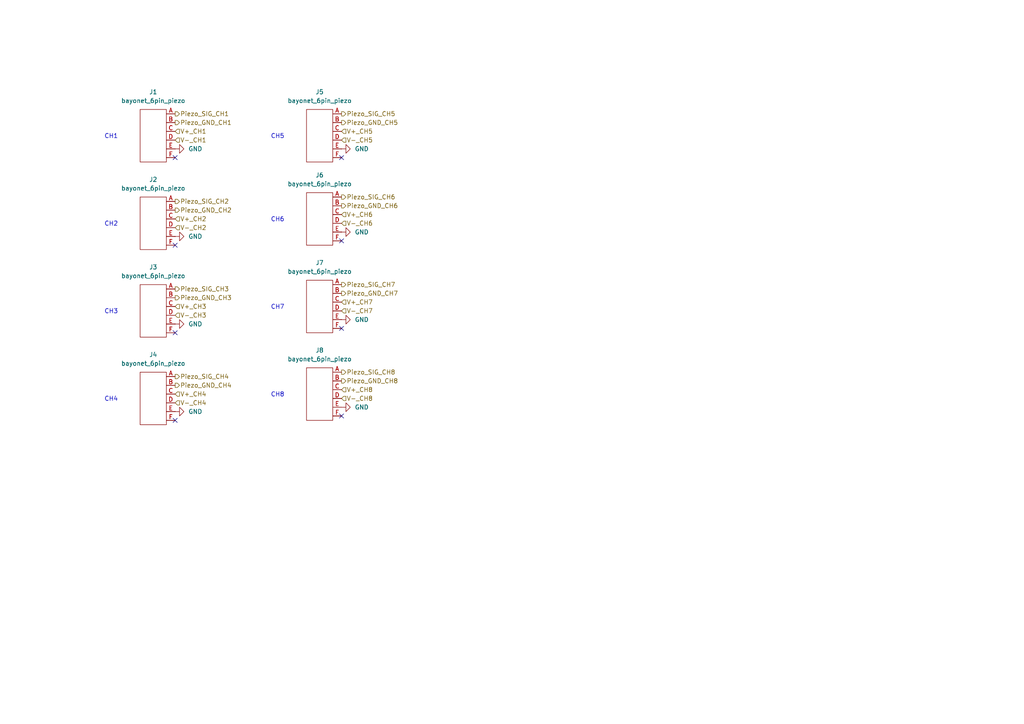
<source format=kicad_sch>
(kicad_sch
	(version 20231120)
	(generator "eeschema")
	(generator_version "8.0")
	(uuid "bbef3ceb-d3da-4c14-95db-a3827f4b8df3")
	(paper "A4")
	(lib_symbols
		(symbol "led_driver:bayonet_6pin_piezo"
			(exclude_from_sim no)
			(in_bom yes)
			(on_board yes)
			(property "Reference" "J"
				(at 0 8.89 0)
				(effects
					(font
						(size 1.27 1.27)
					)
				)
			)
			(property "Value" "bayonet_6pin_piezo"
				(at 0 -8.89 0)
				(effects
					(font
						(size 1.27 1.27)
					)
				)
			)
			(property "Footprint" ""
				(at 1.27 8.89 0)
				(effects
					(font
						(size 1.27 1.27)
					)
					(hide yes)
				)
			)
			(property "Datasheet" ""
				(at 1.27 8.89 0)
				(effects
					(font
						(size 1.27 1.27)
					)
					(hide yes)
				)
			)
			(property "Description" ""
				(at 0 0 0)
				(effects
					(font
						(size 1.27 1.27)
					)
					(hide yes)
				)
			)
			(symbol "bayonet_6pin_piezo_0_1"
				(rectangle
					(start -3.81 7.62)
					(end 3.81 -7.62)
					(stroke
						(width 0)
						(type default)
					)
					(fill
						(type none)
					)
				)
			)
			(symbol "bayonet_6pin_piezo_1_1"
				(pin passive line
					(at 6.35 6.35 180)
					(length 2.54)
					(name ""
						(effects
							(font
								(size 1.27 1.27)
							)
						)
					)
					(number "A"
						(effects
							(font
								(size 1.27 1.27)
							)
						)
					)
				)
				(pin passive line
					(at 6.35 3.81 180)
					(length 2.54)
					(name ""
						(effects
							(font
								(size 1.27 1.27)
							)
						)
					)
					(number "B"
						(effects
							(font
								(size 1.27 1.27)
							)
						)
					)
				)
				(pin passive line
					(at 6.35 1.27 180)
					(length 2.54)
					(name ""
						(effects
							(font
								(size 1.27 1.27)
							)
						)
					)
					(number "C"
						(effects
							(font
								(size 1.27 1.27)
							)
						)
					)
				)
				(pin passive line
					(at 6.35 -1.27 180)
					(length 2.54)
					(name ""
						(effects
							(font
								(size 1.27 1.27)
							)
						)
					)
					(number "D"
						(effects
							(font
								(size 1.27 1.27)
							)
						)
					)
				)
				(pin passive line
					(at 6.35 -3.81 180)
					(length 2.54)
					(name ""
						(effects
							(font
								(size 1.27 1.27)
							)
						)
					)
					(number "E"
						(effects
							(font
								(size 1.27 1.27)
							)
						)
					)
				)
				(pin passive line
					(at 6.35 -6.35 180)
					(length 2.54)
					(name ""
						(effects
							(font
								(size 1.27 1.27)
							)
						)
					)
					(number "F"
						(effects
							(font
								(size 1.27 1.27)
							)
						)
					)
				)
			)
		)
		(symbol "power:GND"
			(power)
			(pin_numbers hide)
			(pin_names
				(offset 0) hide)
			(exclude_from_sim no)
			(in_bom yes)
			(on_board yes)
			(property "Reference" "#PWR"
				(at 0 -6.35 0)
				(effects
					(font
						(size 1.27 1.27)
					)
					(hide yes)
				)
			)
			(property "Value" "GND"
				(at 0 -3.81 0)
				(effects
					(font
						(size 1.27 1.27)
					)
				)
			)
			(property "Footprint" ""
				(at 0 0 0)
				(effects
					(font
						(size 1.27 1.27)
					)
					(hide yes)
				)
			)
			(property "Datasheet" ""
				(at 0 0 0)
				(effects
					(font
						(size 1.27 1.27)
					)
					(hide yes)
				)
			)
			(property "Description" "Power symbol creates a global label with name \"GND\" , ground"
				(at 0 0 0)
				(effects
					(font
						(size 1.27 1.27)
					)
					(hide yes)
				)
			)
			(property "ki_keywords" "global power"
				(at 0 0 0)
				(effects
					(font
						(size 1.27 1.27)
					)
					(hide yes)
				)
			)
			(symbol "GND_0_1"
				(polyline
					(pts
						(xy 0 0) (xy 0 -1.27) (xy 1.27 -1.27) (xy 0 -2.54) (xy -1.27 -1.27) (xy 0 -1.27)
					)
					(stroke
						(width 0)
						(type default)
					)
					(fill
						(type none)
					)
				)
			)
			(symbol "GND_1_1"
				(pin power_in line
					(at 0 0 270)
					(length 0)
					(name "~"
						(effects
							(font
								(size 1.27 1.27)
							)
						)
					)
					(number "1"
						(effects
							(font
								(size 1.27 1.27)
							)
						)
					)
				)
			)
		)
	)
	(no_connect
		(at 50.8 121.92)
		(uuid "110da4cd-4f1c-41ed-b088-f3d6c0f6e2de")
	)
	(no_connect
		(at 50.8 96.52)
		(uuid "3548eb14-22c7-4e78-a9b5-d1a8ed337d1d")
	)
	(no_connect
		(at 50.8 71.12)
		(uuid "37f3b198-a287-4194-a1b0-ac2cdc3bb139")
	)
	(no_connect
		(at 50.8 45.72)
		(uuid "650e0ed4-913b-415a-9bb0-738a723419db")
	)
	(no_connect
		(at 99.06 120.65)
		(uuid "80dec0f1-adc5-4e0e-a037-81cb9f4d95ce")
	)
	(no_connect
		(at 99.06 69.85)
		(uuid "a12c8ad6-f449-403f-b916-fc7cbb86108a")
	)
	(no_connect
		(at 99.06 95.25)
		(uuid "b7cab194-7895-42af-92ba-8be6d27eb172")
	)
	(no_connect
		(at 99.06 45.72)
		(uuid "e4db62a7-73ae-4207-9232-9cdf160e8277")
	)
	(text "CH2\n"
		(exclude_from_sim no)
		(at 32.258 65.024 0)
		(effects
			(font
				(size 1.27 1.27)
			)
		)
		(uuid "58148a2d-f89c-4d7d-993a-535295e178fe")
	)
	(text "CH8\n"
		(exclude_from_sim no)
		(at 80.518 114.554 0)
		(effects
			(font
				(size 1.27 1.27)
			)
		)
		(uuid "66210d4f-9b47-4b7e-bc70-eba024bef1dd")
	)
	(text "CH3\n"
		(exclude_from_sim no)
		(at 32.258 90.424 0)
		(effects
			(font
				(size 1.27 1.27)
			)
		)
		(uuid "6bed6e14-0fff-4526-bd64-b201e7417311")
	)
	(text "CH7\n"
		(exclude_from_sim no)
		(at 80.518 89.154 0)
		(effects
			(font
				(size 1.27 1.27)
			)
		)
		(uuid "7e62c489-5f33-44a6-b842-ff4d78b926ff")
	)
	(text "CH1"
		(exclude_from_sim no)
		(at 32.258 39.624 0)
		(effects
			(font
				(size 1.27 1.27)
			)
		)
		(uuid "9e1c5515-c4e3-4e11-8854-e484a6d0594a")
	)
	(text "CH4\n"
		(exclude_from_sim no)
		(at 32.258 115.824 0)
		(effects
			(font
				(size 1.27 1.27)
			)
		)
		(uuid "d40b02db-90de-4091-b1a3-601f70de5060")
	)
	(text "CH5\n"
		(exclude_from_sim no)
		(at 80.518 39.624 0)
		(effects
			(font
				(size 1.27 1.27)
			)
		)
		(uuid "ee268bbd-6a95-470a-a687-e6b5509d4c82")
	)
	(text "CH6\n"
		(exclude_from_sim no)
		(at 80.518 63.754 0)
		(effects
			(font
				(size 1.27 1.27)
			)
		)
		(uuid "f1131be0-babd-4997-8d58-00e786e96369")
	)
	(hierarchical_label "Piezo_GND_CH5"
		(shape output)
		(at 99.06 35.56 0)
		(fields_autoplaced yes)
		(effects
			(font
				(size 1.27 1.27)
			)
			(justify left)
		)
		(uuid "0315541f-2549-482b-89fd-b2aa8004c23b")
	)
	(hierarchical_label "Piezo_GND_CH4"
		(shape output)
		(at 50.8 111.76 0)
		(fields_autoplaced yes)
		(effects
			(font
				(size 1.27 1.27)
			)
			(justify left)
		)
		(uuid "1727b558-96d5-4426-be1d-2f99c84c5328")
	)
	(hierarchical_label "Piezo_SIG_CH8"
		(shape output)
		(at 99.06 107.95 0)
		(fields_autoplaced yes)
		(effects
			(font
				(size 1.27 1.27)
			)
			(justify left)
		)
		(uuid "1a81b740-ee50-4d6a-88cb-c13df5c07a70")
	)
	(hierarchical_label "Piezo_GND_CH1"
		(shape output)
		(at 50.8 35.56 0)
		(fields_autoplaced yes)
		(effects
			(font
				(size 1.27 1.27)
			)
			(justify left)
		)
		(uuid "24a1c3b5-610e-4f83-ba4b-f78b9393e6b3")
	)
	(hierarchical_label "V+_CH8"
		(shape input)
		(at 99.06 113.03 0)
		(fields_autoplaced yes)
		(effects
			(font
				(size 1.27 1.27)
			)
			(justify left)
		)
		(uuid "329547d8-eb64-4128-9ccc-73366cded9be")
	)
	(hierarchical_label "Piezo_GND_CH7"
		(shape output)
		(at 99.06 85.09 0)
		(fields_autoplaced yes)
		(effects
			(font
				(size 1.27 1.27)
			)
			(justify left)
		)
		(uuid "51cd90bf-131b-436c-a1ad-19c74a10ac62")
	)
	(hierarchical_label "V+_CH6"
		(shape input)
		(at 99.06 62.23 0)
		(fields_autoplaced yes)
		(effects
			(font
				(size 1.27 1.27)
			)
			(justify left)
		)
		(uuid "53843e66-ba64-4500-a25a-fb5e488437bc")
	)
	(hierarchical_label "Piezo_GND_CH6"
		(shape output)
		(at 99.06 59.69 0)
		(fields_autoplaced yes)
		(effects
			(font
				(size 1.27 1.27)
			)
			(justify left)
		)
		(uuid "544295d9-2917-41b5-8bc6-61c4d49984e9")
	)
	(hierarchical_label "Piezo_SIG_CH4"
		(shape output)
		(at 50.8 109.22 0)
		(fields_autoplaced yes)
		(effects
			(font
				(size 1.27 1.27)
			)
			(justify left)
		)
		(uuid "54f3e3d8-52b8-4912-865b-63d5b14bfc60")
	)
	(hierarchical_label "V+_CH4"
		(shape input)
		(at 50.8 114.3 0)
		(fields_autoplaced yes)
		(effects
			(font
				(size 1.27 1.27)
			)
			(justify left)
		)
		(uuid "5cb167cf-8e76-4cbd-8fc2-ae035cbee443")
	)
	(hierarchical_label "V-_CH7"
		(shape input)
		(at 99.06 90.17 0)
		(fields_autoplaced yes)
		(effects
			(font
				(size 1.27 1.27)
			)
			(justify left)
		)
		(uuid "5eb30975-8b8d-40ac-9a56-8f98e7d22e31")
	)
	(hierarchical_label "Piezo_GND_CH3"
		(shape output)
		(at 50.8 86.36 0)
		(fields_autoplaced yes)
		(effects
			(font
				(size 1.27 1.27)
			)
			(justify left)
		)
		(uuid "6495aa57-995b-4a33-b463-778189bc6516")
	)
	(hierarchical_label "V-_CH6"
		(shape input)
		(at 99.06 64.77 0)
		(fields_autoplaced yes)
		(effects
			(font
				(size 1.27 1.27)
			)
			(justify left)
		)
		(uuid "72990e00-45aa-4f76-81eb-1d996208b8e6")
	)
	(hierarchical_label "V-_CH4"
		(shape input)
		(at 50.8 116.84 0)
		(fields_autoplaced yes)
		(effects
			(font
				(size 1.27 1.27)
			)
			(justify left)
		)
		(uuid "7766f57b-3e0c-4739-bf2e-a0dfc443fab3")
	)
	(hierarchical_label "V-_CH5"
		(shape input)
		(at 99.06 40.64 0)
		(fields_autoplaced yes)
		(effects
			(font
				(size 1.27 1.27)
			)
			(justify left)
		)
		(uuid "7c3a558f-7365-409d-9988-9a2e917e2e06")
	)
	(hierarchical_label "V+_CH1"
		(shape input)
		(at 50.8 38.1 0)
		(fields_autoplaced yes)
		(effects
			(font
				(size 1.27 1.27)
			)
			(justify left)
		)
		(uuid "86680695-e6ee-4ee2-903b-431dd956673c")
	)
	(hierarchical_label "Piezo_SIG_CH2"
		(shape output)
		(at 50.8 58.42 0)
		(fields_autoplaced yes)
		(effects
			(font
				(size 1.27 1.27)
			)
			(justify left)
		)
		(uuid "86dc3c02-f04b-415d-a08f-89716cd4a4a6")
	)
	(hierarchical_label "V-_CH1"
		(shape input)
		(at 50.8 40.64 0)
		(fields_autoplaced yes)
		(effects
			(font
				(size 1.27 1.27)
			)
			(justify left)
		)
		(uuid "8c9353f1-244e-49c9-a148-33bb9c23970e")
	)
	(hierarchical_label "Piezo_SIG_CH3"
		(shape output)
		(at 50.8 83.82 0)
		(fields_autoplaced yes)
		(effects
			(font
				(size 1.27 1.27)
			)
			(justify left)
		)
		(uuid "9624a328-8aa8-4b66-aa40-07150c3cb3ad")
	)
	(hierarchical_label "V+_CH3"
		(shape input)
		(at 50.8 88.9 0)
		(fields_autoplaced yes)
		(effects
			(font
				(size 1.27 1.27)
			)
			(justify left)
		)
		(uuid "9ebd5779-1a1e-4988-af03-176c75135fe8")
	)
	(hierarchical_label "Piezo_GND_CH2"
		(shape output)
		(at 50.8 60.96 0)
		(fields_autoplaced yes)
		(effects
			(font
				(size 1.27 1.27)
			)
			(justify left)
		)
		(uuid "b2ac8c39-7290-4f07-95b6-636ff63e67a6")
	)
	(hierarchical_label "V+_CH5"
		(shape input)
		(at 99.06 38.1 0)
		(fields_autoplaced yes)
		(effects
			(font
				(size 1.27 1.27)
			)
			(justify left)
		)
		(uuid "c345c4c3-c9f1-4872-9e9b-c218a447bca9")
	)
	(hierarchical_label "V+_CH7"
		(shape input)
		(at 99.06 87.63 0)
		(fields_autoplaced yes)
		(effects
			(font
				(size 1.27 1.27)
			)
			(justify left)
		)
		(uuid "c3b7b9ff-86cf-4713-af7b-bc6efbe554f8")
	)
	(hierarchical_label "Piezo_SIG_CH7"
		(shape output)
		(at 99.06 82.55 0)
		(fields_autoplaced yes)
		(effects
			(font
				(size 1.27 1.27)
			)
			(justify left)
		)
		(uuid "c4c3b3ab-bc9a-4266-add8-5920962689e8")
	)
	(hierarchical_label "V-_CH8"
		(shape input)
		(at 99.06 115.57 0)
		(fields_autoplaced yes)
		(effects
			(font
				(size 1.27 1.27)
			)
			(justify left)
		)
		(uuid "c70c8568-eeb9-43ea-a481-4f2292d25c3f")
	)
	(hierarchical_label "V-_CH2"
		(shape input)
		(at 50.8 66.04 0)
		(fields_autoplaced yes)
		(effects
			(font
				(size 1.27 1.27)
			)
			(justify left)
		)
		(uuid "cd9e2c4b-092d-4450-b97a-cd5787d0213d")
	)
	(hierarchical_label "V+_CH2"
		(shape input)
		(at 50.8 63.5 0)
		(fields_autoplaced yes)
		(effects
			(font
				(size 1.27 1.27)
			)
			(justify left)
		)
		(uuid "d16f4300-5777-4dc4-ad91-935af8682432")
	)
	(hierarchical_label "Piezo_SIG_CH1"
		(shape output)
		(at 50.8 33.02 0)
		(fields_autoplaced yes)
		(effects
			(font
				(size 1.27 1.27)
			)
			(justify left)
		)
		(uuid "e267b79d-2198-434e-95f8-9e32746cb428")
	)
	(hierarchical_label "V-_CH3"
		(shape input)
		(at 50.8 91.44 0)
		(fields_autoplaced yes)
		(effects
			(font
				(size 1.27 1.27)
			)
			(justify left)
		)
		(uuid "e2baa102-21f2-47b4-8cc5-2fe13e14d995")
	)
	(hierarchical_label "Piezo_SIG_CH6"
		(shape output)
		(at 99.06 57.15 0)
		(fields_autoplaced yes)
		(effects
			(font
				(size 1.27 1.27)
			)
			(justify left)
		)
		(uuid "e9c9b39b-2d5d-4f9d-beb3-b06dd2a60e66")
	)
	(hierarchical_label "Piezo_GND_CH8"
		(shape output)
		(at 99.06 110.49 0)
		(fields_autoplaced yes)
		(effects
			(font
				(size 1.27 1.27)
			)
			(justify left)
		)
		(uuid "fb928070-c245-478c-8c95-c7c3b00852ea")
	)
	(hierarchical_label "Piezo_SIG_CH5"
		(shape output)
		(at 99.06 33.02 0)
		(fields_autoplaced yes)
		(effects
			(font
				(size 1.27 1.27)
			)
			(justify left)
		)
		(uuid "feb11a09-1e68-4aa6-88ad-995484a26a23")
	)
	(symbol
		(lib_id "power:GND")
		(at 50.8 43.18 90)
		(unit 1)
		(exclude_from_sim no)
		(in_bom yes)
		(on_board yes)
		(dnp no)
		(fields_autoplaced yes)
		(uuid "1a00e959-7bee-4b8a-87aa-001d18c523a0")
		(property "Reference" "#PWR015"
			(at 57.15 43.18 0)
			(effects
				(font
					(size 1.27 1.27)
				)
				(hide yes)
			)
		)
		(property "Value" "GND"
			(at 54.61 43.1799 90)
			(effects
				(font
					(size 1.27 1.27)
				)
				(justify right)
			)
		)
		(property "Footprint" ""
			(at 50.8 43.18 0)
			(effects
				(font
					(size 1.27 1.27)
				)
				(hide yes)
			)
		)
		(property "Datasheet" ""
			(at 50.8 43.18 0)
			(effects
				(font
					(size 1.27 1.27)
				)
				(hide yes)
			)
		)
		(property "Description" "Power symbol creates a global label with name \"GND\" , ground"
			(at 50.8 43.18 0)
			(effects
				(font
					(size 1.27 1.27)
				)
				(hide yes)
			)
		)
		(pin "1"
			(uuid "3347c467-9d18-4a46-ab56-fe03955772b2")
		)
		(instances
			(project ""
				(path "/b2bf96dd-c53b-4c67-a44e-e13de2f06829/efdfcc7f-35f8-449f-a37f-2a599a2b6d34"
					(reference "#PWR015")
					(unit 1)
				)
			)
		)
	)
	(symbol
		(lib_id "led_driver:bayonet_6pin_piezo")
		(at 92.71 39.37 0)
		(unit 1)
		(exclude_from_sim no)
		(in_bom yes)
		(on_board yes)
		(dnp no)
		(fields_autoplaced yes)
		(uuid "2e2e165b-04e1-4e47-a189-090ff244ea0e")
		(property "Reference" "J5"
			(at 92.71 26.67 0)
			(effects
				(font
					(size 1.27 1.27)
				)
			)
		)
		(property "Value" "bayonet_6pin_piezo"
			(at 92.71 29.21 0)
			(effects
				(font
					(size 1.27 1.27)
				)
			)
		)
		(property "Footprint" ""
			(at 93.98 30.48 0)
			(effects
				(font
					(size 1.27 1.27)
				)
				(hide yes)
			)
		)
		(property "Datasheet" ""
			(at 93.98 30.48 0)
			(effects
				(font
					(size 1.27 1.27)
				)
				(hide yes)
			)
		)
		(property "Description" ""
			(at 92.71 39.37 0)
			(effects
				(font
					(size 1.27 1.27)
				)
				(hide yes)
			)
		)
		(pin "B"
			(uuid "46ce9711-5063-4e0b-aea0-a0702bc315b5")
		)
		(pin "C"
			(uuid "6b244cc5-0d8c-4071-b07b-f010dea63342")
		)
		(pin "D"
			(uuid "83868f0b-95cb-4ad1-b0e6-a12f758cae62")
		)
		(pin "F"
			(uuid "cc21f148-a407-4b68-bacf-90493ccf5791")
		)
		(pin "A"
			(uuid "113807e1-c98b-4a49-bf01-80f8d499bb84")
		)
		(pin "E"
			(uuid "44d0661a-1c8a-4e21-89ca-4f6c9cf087e3")
		)
		(instances
			(project "piezo_fuse_box"
				(path "/b2bf96dd-c53b-4c67-a44e-e13de2f06829/efdfcc7f-35f8-449f-a37f-2a599a2b6d34"
					(reference "J5")
					(unit 1)
				)
			)
		)
	)
	(symbol
		(lib_id "led_driver:bayonet_6pin_piezo")
		(at 44.45 115.57 0)
		(unit 1)
		(exclude_from_sim no)
		(in_bom yes)
		(on_board yes)
		(dnp no)
		(fields_autoplaced yes)
		(uuid "3bb32cdc-5034-4ba1-be9b-6c5a8eef4e32")
		(property "Reference" "J4"
			(at 44.45 102.87 0)
			(effects
				(font
					(size 1.27 1.27)
				)
			)
		)
		(property "Value" "bayonet_6pin_piezo"
			(at 44.45 105.41 0)
			(effects
				(font
					(size 1.27 1.27)
				)
			)
		)
		(property "Footprint" ""
			(at 45.72 106.68 0)
			(effects
				(font
					(size 1.27 1.27)
				)
				(hide yes)
			)
		)
		(property "Datasheet" ""
			(at 45.72 106.68 0)
			(effects
				(font
					(size 1.27 1.27)
				)
				(hide yes)
			)
		)
		(property "Description" ""
			(at 44.45 115.57 0)
			(effects
				(font
					(size 1.27 1.27)
				)
				(hide yes)
			)
		)
		(pin "B"
			(uuid "31fe0f9d-4cbd-4d73-a881-fbacfb7a6750")
		)
		(pin "C"
			(uuid "ea760241-b8d6-4aaf-a1b0-e7385233fe36")
		)
		(pin "D"
			(uuid "757a01b3-5c61-4db5-9f8f-08c177f48a12")
		)
		(pin "F"
			(uuid "04e3761e-f459-4378-aec5-a0d10234784c")
		)
		(pin "A"
			(uuid "2027be47-46f6-4141-80da-272c94097980")
		)
		(pin "E"
			(uuid "bc2b2a98-b5f4-48cb-8567-9f793ee77318")
		)
		(instances
			(project "piezo_fuse_box"
				(path "/b2bf96dd-c53b-4c67-a44e-e13de2f06829/efdfcc7f-35f8-449f-a37f-2a599a2b6d34"
					(reference "J4")
					(unit 1)
				)
			)
		)
	)
	(symbol
		(lib_id "led_driver:bayonet_6pin_piezo")
		(at 44.45 64.77 0)
		(unit 1)
		(exclude_from_sim no)
		(in_bom yes)
		(on_board yes)
		(dnp no)
		(fields_autoplaced yes)
		(uuid "4fc98e35-db4a-4c6a-878c-900fa8903b80")
		(property "Reference" "J2"
			(at 44.45 52.07 0)
			(effects
				(font
					(size 1.27 1.27)
				)
			)
		)
		(property "Value" "bayonet_6pin_piezo"
			(at 44.45 54.61 0)
			(effects
				(font
					(size 1.27 1.27)
				)
			)
		)
		(property "Footprint" ""
			(at 45.72 55.88 0)
			(effects
				(font
					(size 1.27 1.27)
				)
				(hide yes)
			)
		)
		(property "Datasheet" ""
			(at 45.72 55.88 0)
			(effects
				(font
					(size 1.27 1.27)
				)
				(hide yes)
			)
		)
		(property "Description" ""
			(at 44.45 64.77 0)
			(effects
				(font
					(size 1.27 1.27)
				)
				(hide yes)
			)
		)
		(pin "B"
			(uuid "2a6e683e-77ed-48cf-a32d-3d2e526e6967")
		)
		(pin "C"
			(uuid "b158a79a-850f-482f-80d1-ea1e60b8a809")
		)
		(pin "D"
			(uuid "3647a5b5-d904-4c12-bfb6-7f01f28e8935")
		)
		(pin "F"
			(uuid "306786a0-1d90-434d-9324-d5f5f94c36cb")
		)
		(pin "A"
			(uuid "5d0025a3-3190-4553-8928-946667386221")
		)
		(pin "E"
			(uuid "80a4bb8d-1f19-4552-9282-e9ad4a94c456")
		)
		(instances
			(project "piezo_fuse_box"
				(path "/b2bf96dd-c53b-4c67-a44e-e13de2f06829/efdfcc7f-35f8-449f-a37f-2a599a2b6d34"
					(reference "J2")
					(unit 1)
				)
			)
		)
	)
	(symbol
		(lib_id "power:GND")
		(at 99.06 118.11 90)
		(unit 1)
		(exclude_from_sim no)
		(in_bom yes)
		(on_board yes)
		(dnp no)
		(fields_autoplaced yes)
		(uuid "57ad746a-cb3e-432b-9fe4-0d24e3ef648e")
		(property "Reference" "#PWR021"
			(at 105.41 118.11 0)
			(effects
				(font
					(size 1.27 1.27)
				)
				(hide yes)
			)
		)
		(property "Value" "GND"
			(at 102.87 118.1099 90)
			(effects
				(font
					(size 1.27 1.27)
				)
				(justify right)
			)
		)
		(property "Footprint" ""
			(at 99.06 118.11 0)
			(effects
				(font
					(size 1.27 1.27)
				)
				(hide yes)
			)
		)
		(property "Datasheet" ""
			(at 99.06 118.11 0)
			(effects
				(font
					(size 1.27 1.27)
				)
				(hide yes)
			)
		)
		(property "Description" "Power symbol creates a global label with name \"GND\" , ground"
			(at 99.06 118.11 0)
			(effects
				(font
					(size 1.27 1.27)
				)
				(hide yes)
			)
		)
		(pin "1"
			(uuid "b58aa4c1-ee41-4373-ab2e-f76c6f912e01")
		)
		(instances
			(project "piezo_fuse_box"
				(path "/b2bf96dd-c53b-4c67-a44e-e13de2f06829/efdfcc7f-35f8-449f-a37f-2a599a2b6d34"
					(reference "#PWR021")
					(unit 1)
				)
			)
		)
	)
	(symbol
		(lib_id "power:GND")
		(at 99.06 43.18 90)
		(unit 1)
		(exclude_from_sim no)
		(in_bom yes)
		(on_board yes)
		(dnp no)
		(fields_autoplaced yes)
		(uuid "5da68e59-b7b6-4a41-b871-1651a1009134")
		(property "Reference" "#PWR017"
			(at 105.41 43.18 0)
			(effects
				(font
					(size 1.27 1.27)
				)
				(hide yes)
			)
		)
		(property "Value" "GND"
			(at 102.87 43.1799 90)
			(effects
				(font
					(size 1.27 1.27)
				)
				(justify right)
			)
		)
		(property "Footprint" ""
			(at 99.06 43.18 0)
			(effects
				(font
					(size 1.27 1.27)
				)
				(hide yes)
			)
		)
		(property "Datasheet" ""
			(at 99.06 43.18 0)
			(effects
				(font
					(size 1.27 1.27)
				)
				(hide yes)
			)
		)
		(property "Description" "Power symbol creates a global label with name \"GND\" , ground"
			(at 99.06 43.18 0)
			(effects
				(font
					(size 1.27 1.27)
				)
				(hide yes)
			)
		)
		(pin "1"
			(uuid "f4580e86-ddcf-4e7d-aba6-2eda310d7027")
		)
		(instances
			(project "piezo_fuse_box"
				(path "/b2bf96dd-c53b-4c67-a44e-e13de2f06829/efdfcc7f-35f8-449f-a37f-2a599a2b6d34"
					(reference "#PWR017")
					(unit 1)
				)
			)
		)
	)
	(symbol
		(lib_id "led_driver:bayonet_6pin_piezo")
		(at 92.71 114.3 0)
		(unit 1)
		(exclude_from_sim no)
		(in_bom yes)
		(on_board yes)
		(dnp no)
		(fields_autoplaced yes)
		(uuid "8fdfea4d-e4e8-438e-ad07-83c120b319bf")
		(property "Reference" "J8"
			(at 92.71 101.6 0)
			(effects
				(font
					(size 1.27 1.27)
				)
			)
		)
		(property "Value" "bayonet_6pin_piezo"
			(at 92.71 104.14 0)
			(effects
				(font
					(size 1.27 1.27)
				)
			)
		)
		(property "Footprint" ""
			(at 93.98 105.41 0)
			(effects
				(font
					(size 1.27 1.27)
				)
				(hide yes)
			)
		)
		(property "Datasheet" ""
			(at 93.98 105.41 0)
			(effects
				(font
					(size 1.27 1.27)
				)
				(hide yes)
			)
		)
		(property "Description" ""
			(at 92.71 114.3 0)
			(effects
				(font
					(size 1.27 1.27)
				)
				(hide yes)
			)
		)
		(pin "B"
			(uuid "e1a371dc-0239-43c7-a409-4d0ca4e40aee")
		)
		(pin "C"
			(uuid "d8a2e9f2-410e-4425-9ca2-43299b7aec09")
		)
		(pin "D"
			(uuid "c7ac0f25-fd2b-4be9-873c-570cf45664a5")
		)
		(pin "F"
			(uuid "ff4c24fb-f114-4b1f-ad2b-225300b88ea5")
		)
		(pin "A"
			(uuid "ff4be349-bb47-4451-89d5-dd15bbf5ebce")
		)
		(pin "E"
			(uuid "55113c76-c06f-41b3-a654-694b5e492f6a")
		)
		(instances
			(project "piezo_fuse_box"
				(path "/b2bf96dd-c53b-4c67-a44e-e13de2f06829/efdfcc7f-35f8-449f-a37f-2a599a2b6d34"
					(reference "J8")
					(unit 1)
				)
			)
		)
	)
	(symbol
		(lib_id "power:GND")
		(at 99.06 67.31 90)
		(unit 1)
		(exclude_from_sim no)
		(in_bom yes)
		(on_board yes)
		(dnp no)
		(fields_autoplaced yes)
		(uuid "91352c70-7bc1-40d9-b3f7-6a6d403a5a46")
		(property "Reference" "#PWR018"
			(at 105.41 67.31 0)
			(effects
				(font
					(size 1.27 1.27)
				)
				(hide yes)
			)
		)
		(property "Value" "GND"
			(at 102.87 67.3099 90)
			(effects
				(font
					(size 1.27 1.27)
				)
				(justify right)
			)
		)
		(property "Footprint" ""
			(at 99.06 67.31 0)
			(effects
				(font
					(size 1.27 1.27)
				)
				(hide yes)
			)
		)
		(property "Datasheet" ""
			(at 99.06 67.31 0)
			(effects
				(font
					(size 1.27 1.27)
				)
				(hide yes)
			)
		)
		(property "Description" "Power symbol creates a global label with name \"GND\" , ground"
			(at 99.06 67.31 0)
			(effects
				(font
					(size 1.27 1.27)
				)
				(hide yes)
			)
		)
		(pin "1"
			(uuid "63bf4758-3649-4773-b4f9-805e9a079495")
		)
		(instances
			(project "piezo_fuse_box"
				(path "/b2bf96dd-c53b-4c67-a44e-e13de2f06829/efdfcc7f-35f8-449f-a37f-2a599a2b6d34"
					(reference "#PWR018")
					(unit 1)
				)
			)
		)
	)
	(symbol
		(lib_id "power:GND")
		(at 50.8 93.98 90)
		(unit 1)
		(exclude_from_sim no)
		(in_bom yes)
		(on_board yes)
		(dnp no)
		(fields_autoplaced yes)
		(uuid "979da514-7bd1-4b90-bd3a-fa2e3deb6eea")
		(property "Reference" "#PWR019"
			(at 57.15 93.98 0)
			(effects
				(font
					(size 1.27 1.27)
				)
				(hide yes)
			)
		)
		(property "Value" "GND"
			(at 54.61 93.9799 90)
			(effects
				(font
					(size 1.27 1.27)
				)
				(justify right)
			)
		)
		(property "Footprint" ""
			(at 50.8 93.98 0)
			(effects
				(font
					(size 1.27 1.27)
				)
				(hide yes)
			)
		)
		(property "Datasheet" ""
			(at 50.8 93.98 0)
			(effects
				(font
					(size 1.27 1.27)
				)
				(hide yes)
			)
		)
		(property "Description" "Power symbol creates a global label with name \"GND\" , ground"
			(at 50.8 93.98 0)
			(effects
				(font
					(size 1.27 1.27)
				)
				(hide yes)
			)
		)
		(pin "1"
			(uuid "20c4011e-66d4-4818-b2fb-cdef6bd0243a")
		)
		(instances
			(project "piezo_fuse_box"
				(path "/b2bf96dd-c53b-4c67-a44e-e13de2f06829/efdfcc7f-35f8-449f-a37f-2a599a2b6d34"
					(reference "#PWR019")
					(unit 1)
				)
			)
		)
	)
	(symbol
		(lib_id "led_driver:bayonet_6pin_piezo")
		(at 92.71 88.9 0)
		(unit 1)
		(exclude_from_sim no)
		(in_bom yes)
		(on_board yes)
		(dnp no)
		(fields_autoplaced yes)
		(uuid "a996a48f-be8e-4e53-84cf-9944ac0d02c4")
		(property "Reference" "J7"
			(at 92.71 76.2 0)
			(effects
				(font
					(size 1.27 1.27)
				)
			)
		)
		(property "Value" "bayonet_6pin_piezo"
			(at 92.71 78.74 0)
			(effects
				(font
					(size 1.27 1.27)
				)
			)
		)
		(property "Footprint" ""
			(at 93.98 80.01 0)
			(effects
				(font
					(size 1.27 1.27)
				)
				(hide yes)
			)
		)
		(property "Datasheet" ""
			(at 93.98 80.01 0)
			(effects
				(font
					(size 1.27 1.27)
				)
				(hide yes)
			)
		)
		(property "Description" ""
			(at 92.71 88.9 0)
			(effects
				(font
					(size 1.27 1.27)
				)
				(hide yes)
			)
		)
		(pin "B"
			(uuid "f7e408fa-4a7d-4cf9-88d1-c815ad136358")
		)
		(pin "C"
			(uuid "460a5df7-bad6-4661-97f8-d983f0235b76")
		)
		(pin "D"
			(uuid "f3d3e932-7b3b-4e28-a4b8-190f57a7d074")
		)
		(pin "F"
			(uuid "abf6bd81-6105-4f32-9632-08bf30fd8bb0")
		)
		(pin "A"
			(uuid "a53ed736-9848-447c-8a7d-c7b2f1cdce98")
		)
		(pin "E"
			(uuid "8af476ba-dd92-44d1-b579-d0e0ecd554f3")
		)
		(instances
			(project "piezo_fuse_box"
				(path "/b2bf96dd-c53b-4c67-a44e-e13de2f06829/efdfcc7f-35f8-449f-a37f-2a599a2b6d34"
					(reference "J7")
					(unit 1)
				)
			)
		)
	)
	(symbol
		(lib_id "led_driver:bayonet_6pin_piezo")
		(at 44.45 39.37 0)
		(unit 1)
		(exclude_from_sim no)
		(in_bom yes)
		(on_board yes)
		(dnp no)
		(fields_autoplaced yes)
		(uuid "bd05b5e3-37a3-4fe0-bee6-637799cfe94c")
		(property "Reference" "J1"
			(at 44.45 26.67 0)
			(effects
				(font
					(size 1.27 1.27)
				)
			)
		)
		(property "Value" "bayonet_6pin_piezo"
			(at 44.45 29.21 0)
			(effects
				(font
					(size 1.27 1.27)
				)
			)
		)
		(property "Footprint" ""
			(at 45.72 30.48 0)
			(effects
				(font
					(size 1.27 1.27)
				)
				(hide yes)
			)
		)
		(property "Datasheet" ""
			(at 45.72 30.48 0)
			(effects
				(font
					(size 1.27 1.27)
				)
				(hide yes)
			)
		)
		(property "Description" ""
			(at 44.45 39.37 0)
			(effects
				(font
					(size 1.27 1.27)
				)
				(hide yes)
			)
		)
		(pin "B"
			(uuid "30dedf2c-bebe-4dc9-9caf-8aefb76e6dd7")
		)
		(pin "C"
			(uuid "9ce028da-cb6c-4166-84e0-a0dd632e65f0")
		)
		(pin "D"
			(uuid "a4645725-5c05-4379-aa43-2318a9f3aa8b")
		)
		(pin "F"
			(uuid "80e52eae-e8c0-409f-bdd9-210ddde5f16c")
		)
		(pin "A"
			(uuid "5075653c-381d-4d4e-816a-b0dcabb9c26f")
		)
		(pin "E"
			(uuid "e82b350d-14a7-4d3c-b431-2ac951fcfb08")
		)
		(instances
			(project "piezo_fuse_box"
				(path "/b2bf96dd-c53b-4c67-a44e-e13de2f06829/efdfcc7f-35f8-449f-a37f-2a599a2b6d34"
					(reference "J1")
					(unit 1)
				)
			)
		)
	)
	(symbol
		(lib_id "power:GND")
		(at 50.8 119.38 90)
		(unit 1)
		(exclude_from_sim no)
		(in_bom yes)
		(on_board yes)
		(dnp no)
		(fields_autoplaced yes)
		(uuid "c38e16d0-afe4-4692-b027-98b4ddf92eee")
		(property "Reference" "#PWR022"
			(at 57.15 119.38 0)
			(effects
				(font
					(size 1.27 1.27)
				)
				(hide yes)
			)
		)
		(property "Value" "GND"
			(at 54.61 119.3799 90)
			(effects
				(font
					(size 1.27 1.27)
				)
				(justify right)
			)
		)
		(property "Footprint" ""
			(at 50.8 119.38 0)
			(effects
				(font
					(size 1.27 1.27)
				)
				(hide yes)
			)
		)
		(property "Datasheet" ""
			(at 50.8 119.38 0)
			(effects
				(font
					(size 1.27 1.27)
				)
				(hide yes)
			)
		)
		(property "Description" "Power symbol creates a global label with name \"GND\" , ground"
			(at 50.8 119.38 0)
			(effects
				(font
					(size 1.27 1.27)
				)
				(hide yes)
			)
		)
		(pin "1"
			(uuid "1fe1900d-da9f-4799-8cb7-6e33b883e7be")
		)
		(instances
			(project "piezo_fuse_box"
				(path "/b2bf96dd-c53b-4c67-a44e-e13de2f06829/efdfcc7f-35f8-449f-a37f-2a599a2b6d34"
					(reference "#PWR022")
					(unit 1)
				)
			)
		)
	)
	(symbol
		(lib_id "led_driver:bayonet_6pin_piezo")
		(at 92.71 63.5 0)
		(unit 1)
		(exclude_from_sim no)
		(in_bom yes)
		(on_board yes)
		(dnp no)
		(fields_autoplaced yes)
		(uuid "cb73abd8-c22a-4b6b-8693-96615f514955")
		(property "Reference" "J6"
			(at 92.71 50.8 0)
			(effects
				(font
					(size 1.27 1.27)
				)
			)
		)
		(property "Value" "bayonet_6pin_piezo"
			(at 92.71 53.34 0)
			(effects
				(font
					(size 1.27 1.27)
				)
			)
		)
		(property "Footprint" ""
			(at 93.98 54.61 0)
			(effects
				(font
					(size 1.27 1.27)
				)
				(hide yes)
			)
		)
		(property "Datasheet" ""
			(at 93.98 54.61 0)
			(effects
				(font
					(size 1.27 1.27)
				)
				(hide yes)
			)
		)
		(property "Description" ""
			(at 92.71 63.5 0)
			(effects
				(font
					(size 1.27 1.27)
				)
				(hide yes)
			)
		)
		(pin "B"
			(uuid "666a2a4b-e049-4104-9943-d836c900a7f4")
		)
		(pin "C"
			(uuid "42c732a1-811a-407d-8b53-614a4677eecb")
		)
		(pin "D"
			(uuid "1a576c9d-baf2-493d-a58d-56cdaaf99c29")
		)
		(pin "F"
			(uuid "87849ecf-885f-4a60-8c46-aeb37dfdec13")
		)
		(pin "A"
			(uuid "856837de-b58f-4823-9f9a-7211c9673c95")
		)
		(pin "E"
			(uuid "9787b2f5-0950-4519-9947-4f3767799eb9")
		)
		(instances
			(project "piezo_fuse_box"
				(path "/b2bf96dd-c53b-4c67-a44e-e13de2f06829/efdfcc7f-35f8-449f-a37f-2a599a2b6d34"
					(reference "J6")
					(unit 1)
				)
			)
		)
	)
	(symbol
		(lib_id "power:GND")
		(at 99.06 92.71 90)
		(unit 1)
		(exclude_from_sim no)
		(in_bom yes)
		(on_board yes)
		(dnp no)
		(fields_autoplaced yes)
		(uuid "cf84fc51-fde7-4ee6-902f-5eb34f9d5059")
		(property "Reference" "#PWR020"
			(at 105.41 92.71 0)
			(effects
				(font
					(size 1.27 1.27)
				)
				(hide yes)
			)
		)
		(property "Value" "GND"
			(at 102.87 92.7099 90)
			(effects
				(font
					(size 1.27 1.27)
				)
				(justify right)
			)
		)
		(property "Footprint" ""
			(at 99.06 92.71 0)
			(effects
				(font
					(size 1.27 1.27)
				)
				(hide yes)
			)
		)
		(property "Datasheet" ""
			(at 99.06 92.71 0)
			(effects
				(font
					(size 1.27 1.27)
				)
				(hide yes)
			)
		)
		(property "Description" "Power symbol creates a global label with name \"GND\" , ground"
			(at 99.06 92.71 0)
			(effects
				(font
					(size 1.27 1.27)
				)
				(hide yes)
			)
		)
		(pin "1"
			(uuid "a2bc0199-d1df-4102-9056-76b5804fc45d")
		)
		(instances
			(project "piezo_fuse_box"
				(path "/b2bf96dd-c53b-4c67-a44e-e13de2f06829/efdfcc7f-35f8-449f-a37f-2a599a2b6d34"
					(reference "#PWR020")
					(unit 1)
				)
			)
		)
	)
	(symbol
		(lib_id "led_driver:bayonet_6pin_piezo")
		(at 44.45 90.17 0)
		(unit 1)
		(exclude_from_sim no)
		(in_bom yes)
		(on_board yes)
		(dnp no)
		(fields_autoplaced yes)
		(uuid "d3731956-53d2-4061-8135-d22f77beb9ba")
		(property "Reference" "J3"
			(at 44.45 77.47 0)
			(effects
				(font
					(size 1.27 1.27)
				)
			)
		)
		(property "Value" "bayonet_6pin_piezo"
			(at 44.45 80.01 0)
			(effects
				(font
					(size 1.27 1.27)
				)
			)
		)
		(property "Footprint" ""
			(at 45.72 81.28 0)
			(effects
				(font
					(size 1.27 1.27)
				)
				(hide yes)
			)
		)
		(property "Datasheet" ""
			(at 45.72 81.28 0)
			(effects
				(font
					(size 1.27 1.27)
				)
				(hide yes)
			)
		)
		(property "Description" ""
			(at 44.45 90.17 0)
			(effects
				(font
					(size 1.27 1.27)
				)
				(hide yes)
			)
		)
		(pin "B"
			(uuid "39cf2edd-1619-42ef-8d5e-5fe74e22ea9b")
		)
		(pin "C"
			(uuid "3b54d139-72cb-4466-a227-23f474d64719")
		)
		(pin "D"
			(uuid "bce9b765-baab-4b8d-b14a-f472fb06afaf")
		)
		(pin "F"
			(uuid "50e6c91c-d07b-4516-8dd5-a792ad606769")
		)
		(pin "A"
			(uuid "ae48c831-bcfb-4b7f-992d-f3bd42ba79d0")
		)
		(pin "E"
			(uuid "92de1464-0565-45cc-b1e4-eead4d1dd407")
		)
		(instances
			(project "piezo_fuse_box"
				(path "/b2bf96dd-c53b-4c67-a44e-e13de2f06829/efdfcc7f-35f8-449f-a37f-2a599a2b6d34"
					(reference "J3")
					(unit 1)
				)
			)
		)
	)
	(symbol
		(lib_id "power:GND")
		(at 50.8 68.58 90)
		(unit 1)
		(exclude_from_sim no)
		(in_bom yes)
		(on_board yes)
		(dnp no)
		(fields_autoplaced yes)
		(uuid "f7df009a-e4ec-46a0-899a-05447e5dfaea")
		(property "Reference" "#PWR016"
			(at 57.15 68.58 0)
			(effects
				(font
					(size 1.27 1.27)
				)
				(hide yes)
			)
		)
		(property "Value" "GND"
			(at 54.61 68.5799 90)
			(effects
				(font
					(size 1.27 1.27)
				)
				(justify right)
			)
		)
		(property "Footprint" ""
			(at 50.8 68.58 0)
			(effects
				(font
					(size 1.27 1.27)
				)
				(hide yes)
			)
		)
		(property "Datasheet" ""
			(at 50.8 68.58 0)
			(effects
				(font
					(size 1.27 1.27)
				)
				(hide yes)
			)
		)
		(property "Description" "Power symbol creates a global label with name \"GND\" , ground"
			(at 50.8 68.58 0)
			(effects
				(font
					(size 1.27 1.27)
				)
				(hide yes)
			)
		)
		(pin "1"
			(uuid "7754688a-cc9e-44c6-a742-7e5c94ebcf38")
		)
		(instances
			(project "piezo_fuse_box"
				(path "/b2bf96dd-c53b-4c67-a44e-e13de2f06829/efdfcc7f-35f8-449f-a37f-2a599a2b6d34"
					(reference "#PWR016")
					(unit 1)
				)
			)
		)
	)
)

</source>
